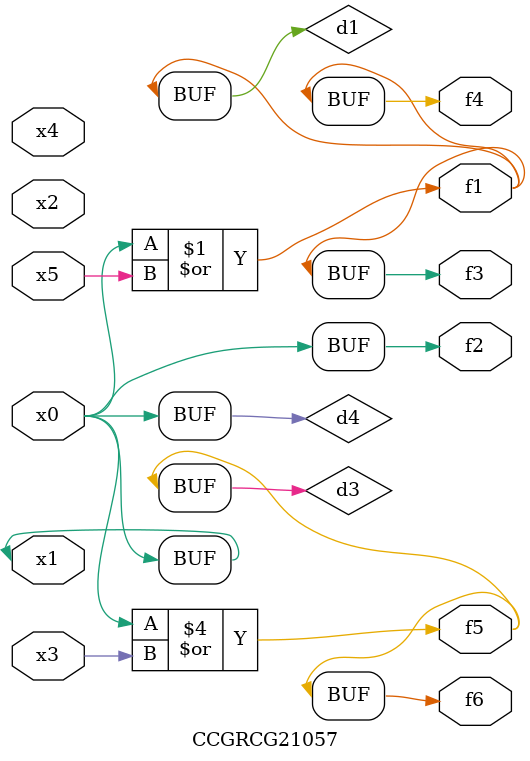
<source format=v>
module CCGRCG21057(
	input x0, x1, x2, x3, x4, x5,
	output f1, f2, f3, f4, f5, f6
);

	wire d1, d2, d3, d4;

	or (d1, x0, x5);
	xnor (d2, x1, x4);
	or (d3, x0, x3);
	buf (d4, x0, x1);
	assign f1 = d1;
	assign f2 = d4;
	assign f3 = d1;
	assign f4 = d1;
	assign f5 = d3;
	assign f6 = d3;
endmodule

</source>
